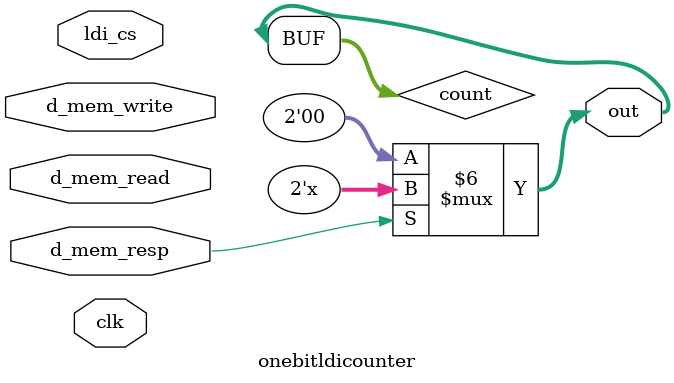
<source format=sv>
/*one bit counter module*/

module onebitldicounter
(
	input logic clk,
	input logic d_mem_read,
	input logic d_mem_write,
	input logic d_mem_resp,
	input logic ldi_cs,
	output logic [1:0] out 
);


logic [1:0]	count = 2'b00;


always_comb
begin
	 if(d_mem_resp)
		  count = count + 2'b01;
	 else 
		count = 2'b00;
end


always_comb
begin
	out = count;
end

endmodule: onebitldicounter
</source>
